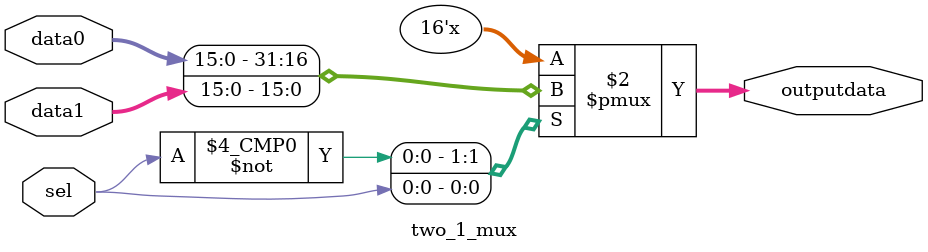
<source format=v>
module two_1_mux(
	data1,
	data0,
	sel,
	outputdata);
	
input [15:0] data0;
input [15:0] data1;
input sel;
output [15:0] outputdata;
reg [15:0] outputdata;

always@(sel or data1 or data0)
begin
case(sel)
	1'b0:	begin
			outputdata<=data0;
			end
	1'b1:begin
			outputdata<=data1;
			end
endcase
end

endmodule

</source>
